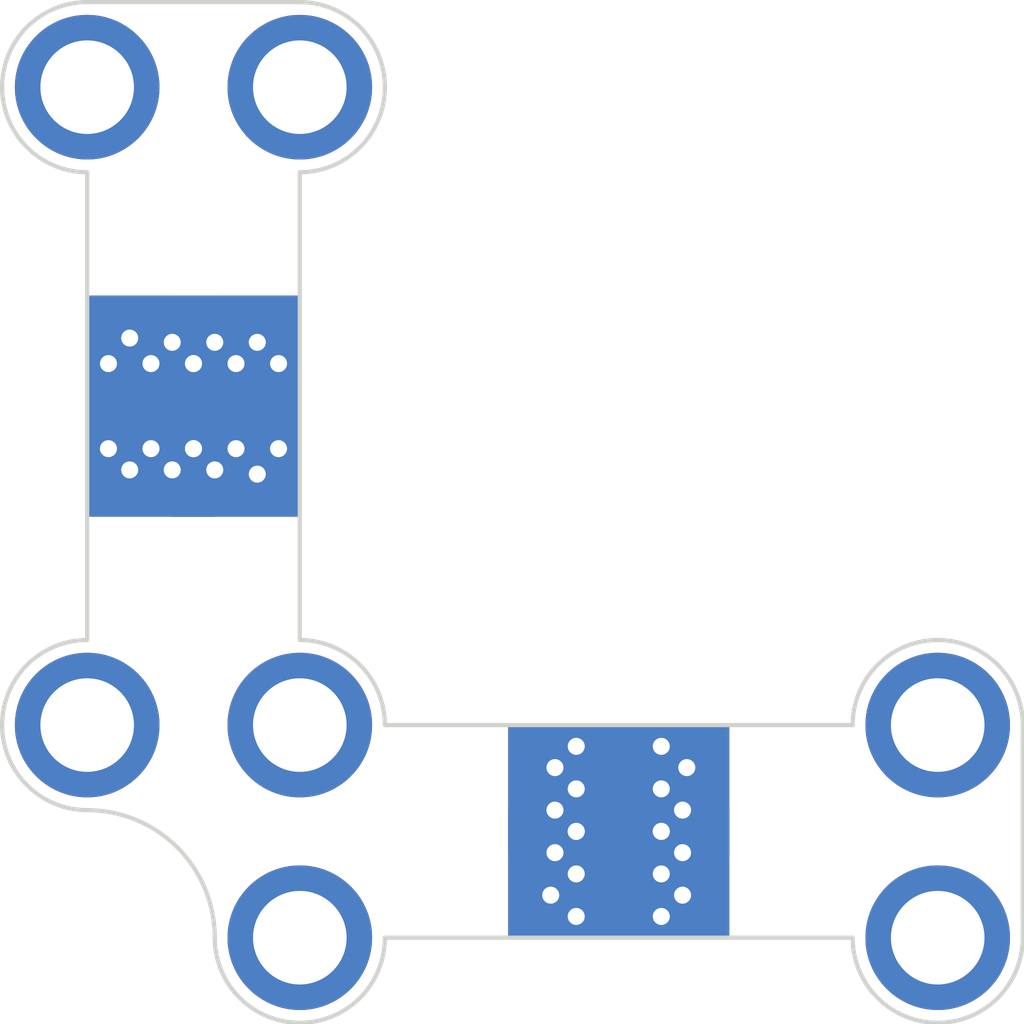
<source format=kicad_pcb>
(kicad_pcb (version 20211014) (generator pcbnew)
  (layers (0 "F.Cu" signal "Górna sygnałowa") (31 "B.Cu" signal "Dolna sygnałowa") (34 "B.Paste" user "Dolna pasty") (35 "F.Paste" user "Górna pasty") (36 "B.SilkS" user "Dolna opisowa") (37 "F.SilkS" user "Górna opisowa") (38 "B.Mask" user "Dolna sodermaski") (39 "F.Mask" user "Górna soldermaski") (44 "Edge.Cuts" user "Krawędziowa"))
  (net 0 "")
  (net 1 "GND")
  (net 2 "Net-(J1-Pad1)")
  (net 3 "Net-(J2-Pad1)")
  (footprint "modular-rf-bench-footprints:M2-hole" (layer "F.Cu") (at 140 60)
    (fp_text reference "H2" hide)
    (fp_text value "M2" hide)
    (pad "1" thru_hole circle (at 0 0) (size 3.4 3.4) (drill 2.2) (layers *.Cu *.Mask) (net 1 "GND"))
  )
  (footprint "modular-rf-bench-footprints:M2-hole" (layer "F.Cu") (at 140 40)
    (fp_text reference "H7" hide)
    (fp_text value "M2" hide)
    (pad "1" thru_hole circle (at 0 0) (size 3.4 3.4) (drill 2.2) (layers *.Cu *.Mask) (net 1 "GND"))
  )
  (footprint "modular-rf-bench-footprints:edge-connector" (layer "F.Cu") (at 140 47.5)
    (fp_text reference "J2")
    (fp_text value "CONN" hide)
    (pad "1" smd rect (at -1.5 0) (size 3 0.8) (layers "F.Cu") (net 3 "Net-(J2-Pad1)"))
    (pad "2" thru_hole circle (at -0.5 -1) (size 0.8 0.8) (drill 0.4) (layers *.Cu) (net 1 "GND"))
    (pad "2" thru_hole circle (at -2 -1.5) (size 0.8 0.8) (drill 0.4) (layers *.Cu) (net 1 "GND"))
    (pad "2" thru_hole circle (at -1 1.6) (size 0.8 0.8) (drill 0.4) (layers *.Cu) (net 1 "GND"))
    (pad "2" thru_hole circle (at -1.5 -1) (size 0.8 0.8) (drill 0.4) (layers *.Cu) (net 1 "GND"))
    (pad "2" smd rect (at -1.5 -1.6) (size 3 2) (layers "F.Cu") (net 1 "GND"))
    (pad "2" smd rect (at -1.5 1.6) (size 3 2) (layers "F.Cu") (net 1 "GND"))
    (pad "2" thru_hole circle (at -2.5 -1) (size 0.8 0.8) (drill 0.4) (layers *.Cu) (net 1 "GND"))
    (pad "2" thru_hole circle (at -2 1.5) (size 0.8 0.8) (drill 0.4) (layers *.Cu) (net 1 "GND"))
    (pad "2" thru_hole circle (at -1.5 1) (size 0.8 0.8) (drill 0.4) (layers *.Cu) (net 1 "GND"))
    (pad "2" thru_hole circle (at -2.5 1) (size 0.8 0.8) (drill 0.4) (layers *.Cu) (net 1 "GND"))
    (pad "2" smd rect (at -1.5 0) (size 3 5.2) (layers "B.Cu") (net 1 "GND"))
    (pad "2" thru_hole circle (at -0.5 1) (size 0.8 0.8) (drill 0.4) (layers *.Cu) (net 1 "GND"))
    (pad "2" thru_hole circle (at -1 -1.5) (size 0.8 0.8) (drill 0.4) (layers *.Cu) (net 1 "GND"))
  )
  (footprint "modular-rf-bench-footprints:edge-connector" (layer "F.Cu") (at 147.5 60 -90)
    (fp_text reference "J3")
    (fp_text value "CONN" hide)
    (pad "1" smd rect (at -1.5 0 270) (size 3 0.8) (layers "F.Cu") (net 2 "Net-(J1-Pad1)"))
    (pad "2" thru_hole circle (at -1.5 1 270) (size 0.8 0.8) (drill 0.4) (layers *.Cu) (net 1 "GND"))
    (pad "2" smd rect (at -1.5 1.6 270) (size 3 2) (layers "F.Cu") (net 1 "GND"))
    (pad "2" thru_hole circle (at -1.5 -1 270) (size 0.8 0.8) (drill 0.4) (layers *.Cu) (net 1 "GND"))
    (pad "2" thru_hole circle (at -0.5 -1 270) (size 0.8 0.8) (drill 0.4) (layers *.Cu) (net 1 "GND"))
    (pad "2" thru_hole circle (at -1 -1.5 270) (size 0.8 0.8) (drill 0.4) (layers *.Cu) (net 1 "GND"))
    (pad "2" thru_hole circle (at -1 1.6 270) (size 0.8 0.8) (drill 0.4) (layers *.Cu) (net 1 "GND"))
    (pad "2" smd rect (at -1.5 -1.6 270) (size 3 2) (layers "F.Cu") (net 1 "GND"))
    (pad "2" thru_hole circle (at -2 1.5 270) (size 0.8 0.8) (drill 0.4) (layers *.Cu) (net 1 "GND"))
    (pad "2" thru_hole circle (at -2 -1.5 270) (size 0.8 0.8) (drill 0.4) (layers *.Cu) (net 1 "GND"))
    (pad "2" smd rect (at -1.5 0 270) (size 3 5.2) (layers "B.Cu") (net 1 "GND"))
    (pad "2" thru_hole circle (at -0.5 1 270) (size 0.8 0.8) (drill 0.4) (layers *.Cu) (net 1 "GND"))
    (pad "2" thru_hole circle (at -2.5 1 270) (size 0.8 0.8) (drill 0.4) (layers *.Cu) (net 1 "GND"))
    (pad "2" thru_hole circle (at -2.5 -1 270) (size 0.8 0.8) (drill 0.4) (layers *.Cu) (net 1 "GND"))
  )
  (footprint "modular-rf-bench-footprints:edge-connector" (layer "F.Cu") (at 147.5 55 90)
    (fp_text reference "J1")
    (fp_text value "CONN" hide)
    (pad "1" smd rect (at -1.5 0 90) (size 3 0.8) (layers "F.Cu") (net 2 "Net-(J1-Pad1)"))
    (pad "2" smd rect (at -1.5 1.6 90) (size 3 2) (layers "F.Cu") (net 1 "GND"))
    (pad "2" thru_hole circle (at -1.5 1 90) (size 0.8 0.8) (drill 0.4) (layers *.Cu) (net 1 "GND"))
    (pad "2" thru_hole circle (at -1.5 -1 90) (size 0.8 0.8) (drill 0.4) (layers *.Cu) (net 1 "GND"))
    (pad "2" smd rect (at -1.5 -1.6 90) (size 3 2) (layers "F.Cu") (net 1 "GND"))
    (pad "2" thru_hole circle (at -0.5 -1 90) (size 0.8 0.8) (drill 0.4) (layers *.Cu) (net 1 "GND"))
    (pad "2" thru_hole circle (at -2.5 -1 90) (size 0.8 0.8) (drill 0.4) (layers *.Cu) (net 1 "GND"))
    (pad "2" thru_hole circle (at -2 1.5 90) (size 0.8 0.8) (drill 0.4) (layers *.Cu) (net 1 "GND"))
    (pad "2" thru_hole circle (at -1 -1.5 90) (size 0.8 0.8) (drill 0.4) (layers *.Cu) (net 1 "GND"))
    (pad "2" smd rect (at -1.5 0 90) (size 3 5.2) (layers "B.Cu") (net 1 "GND"))
    (pad "2" thru_hole circle (at -2 -1.5 90) (size 0.8 0.8) (drill 0.4) (layers *.Cu) (net 1 "GND"))
    (pad "2" thru_hole circle (at -2.5 1 90) (size 0.8 0.8) (drill 0.4) (layers *.Cu) (net 1 "GND"))
    (pad "2" thru_hole circle (at -0.5 1 90) (size 0.8 0.8) (drill 0.4) (layers *.Cu) (net 1 "GND"))
    (pad "2" thru_hole circle (at -1 1.6 90) (size 0.8 0.8) (drill 0.4) (layers *.Cu) (net 1 "GND"))
  )
  (footprint "modular-rf-bench-footprints:M2-hole" (layer "F.Cu") (at 155 55)
    (fp_text reference "H1" hide)
    (fp_text value "M2" hide)
    (pad "1" thru_hole circle (at 0 0) (size 3.4 3.4) (drill 2.2) (layers *.Cu *.Mask) (net 1 "GND"))
  )
  (footprint "modular-rf-bench-footprints:edge-connector" (layer "F.Cu") (at 135 47.5 180)
    (fp_text reference "J4")
    (fp_text value "CONN" hide)
    (pad "1" smd rect (at -1.5 0 180) (size 3 0.8) (layers "F.Cu") (net 3 "Net-(J2-Pad1)"))
    (pad "2" thru_hole circle (at -1.5 1 180) (size 0.8 0.8) (drill 0.4) (layers *.Cu) (net 1 "GND"))
    (pad "2" smd rect (at -1.5 0 180) (size 3 5.2) (layers "B.Cu") (net 1 "GND"))
    (pad "2" thru_hole circle (at -1.5 -1 180) (size 0.8 0.8) (drill 0.4) (layers *.Cu) (net 1 "GND"))
    (pad "2" thru_hole circle (at -2.5 1 180) (size 0.8 0.8) (drill 0.4) (layers *.Cu) (net 1 "GND"))
    (pad "2" smd rect (at -1.5 1.6 180) (size 3 2) (layers "F.Cu") (net 1 "GND"))
    (pad "2" thru_hole circle (at -2 1.5 180) (size 0.8 0.8) (drill 0.4) (layers *.Cu) (net 1 "GND"))
    (pad "2" thru_hole circle (at -2 -1.5 180) (size 0.8 0.8) (drill 0.4) (layers *.Cu) (net 1 "GND"))
    (pad "2" thru_hole circle (at -0.5 1 180) (size 0.8 0.8) (drill 0.4) (layers *.Cu) (net 1 "GND"))
    (pad "2" thru_hole circle (at -0.5 -1 180) (size 0.8 0.8) (drill 0.4) (layers *.Cu) (net 1 "GND"))
    (pad "2" smd rect (at -1.5 -1.6 180) (size 3 2) (layers "F.Cu") (net 1 "GND"))
    (pad "2" thru_hole circle (at -2.5 -1 180) (size 0.8 0.8) (drill 0.4) (layers *.Cu) (net 1 "GND"))
    (pad "2" thru_hole circle (at -1 -1.5 180) (size 0.8 0.8) (drill 0.4) (layers *.Cu) (net 1 "GND"))
    (pad "2" thru_hole circle (at -1 1.6 180) (size 0.8 0.8) (drill 0.4) (layers *.Cu) (net 1 "GND"))
  )
  (footprint "modular-rf-bench-footprints:M2-hole" (layer "F.Cu") (at 140 55)
    (fp_text reference "H3" hide)
    (fp_text value "M2" hide)
    (pad "1" thru_hole circle (at 0 0) (size 3.4 3.4) (drill 2.2) (layers *.Cu *.Mask) (net 1 "GND"))
  )
  (footprint "modular-rf-bench-footprints:M2-hole" (layer "F.Cu") (at 135 40)
    (fp_text reference "H6" hide)
    (fp_text value "M2" hide)
    (pad "1" thru_hole circle (at 0 0) (size 3.4 3.4) (drill 2.2) (layers *.Cu *.Mask) (net 1 "GND"))
  )
  (footprint "modular-rf-bench-footprints:M2-hole" (layer "F.Cu") (at 155 60)
    (fp_text reference "H5" hide)
    (fp_text value "M2" hide)
    (pad "1" thru_hole circle (at 0 0) (size 3.4 3.4) (drill 2.2) (layers *.Cu *.Mask) (net 1 "GND"))
  )
  (footprint "modular-rf-bench-footprints:M2-hole" (layer "F.Cu") (at 135 55)
    (fp_text reference "H4" hide)
    (fp_text value "M2" hide)
    (pad "1" thru_hole circle (at 0 0) (size 3.4 3.4) (drill 2.2) (layers *.Cu *.Mask) (net 1 "GND"))
  )
  (gr_arc (start 135 57) (mid 133 55) (end 135 53) (layer "Edge.Cuts") (width 0.1))
  (gr_line (start 142 55) (end 153 55) (layer "Edge.Cuts") (width 0.1))
  (gr_arc (start 142 60) (mid 140 62) (end 138 60) (layer "Edge.Cuts") (width 0.1))
  (gr_line (start 142 60) (end 153 60) (layer "Edge.Cuts") (width 0.1))
  (gr_arc (start 153 55) (mid 155 53) (end 157 55) (layer "Edge.Cuts") (width 0.1))
  (gr_arc (start 140 53) (mid 141.414214 53.585786) (end 142 55) (layer "Edge.Cuts") (width 0.1))
  (gr_arc (start 135 42) (mid 133 40) (end 135 38) (layer "Edge.Cuts") (width 0.1))
  (gr_line (start 157 55) (end 157 60) (layer "Edge.Cuts") (width 0.1))
  (gr_arc (start 135 57) (mid 137.12132 57.87868) (end 138 60) (layer "Edge.Cuts") (width 0.1))
  (gr_line (start 135 38) (end 140 38) (layer "Edge.Cuts") (width 0.1))
  (gr_line (start 135 42) (end 135 53) (layer "Edge.Cuts") (width 0.1))
  (gr_arc (start 157 60) (mid 155 62) (end 153 60) (layer "Edge.Cuts") (width 0.1))
  (gr_line (start 140 42) (end 140 53) (layer "Edge.Cuts") (width 0.1))
  (gr_arc (start 140 38) (mid 142 40) (end 140 42) (layer "Edge.Cuts") (width 0.1))
)
</source>
